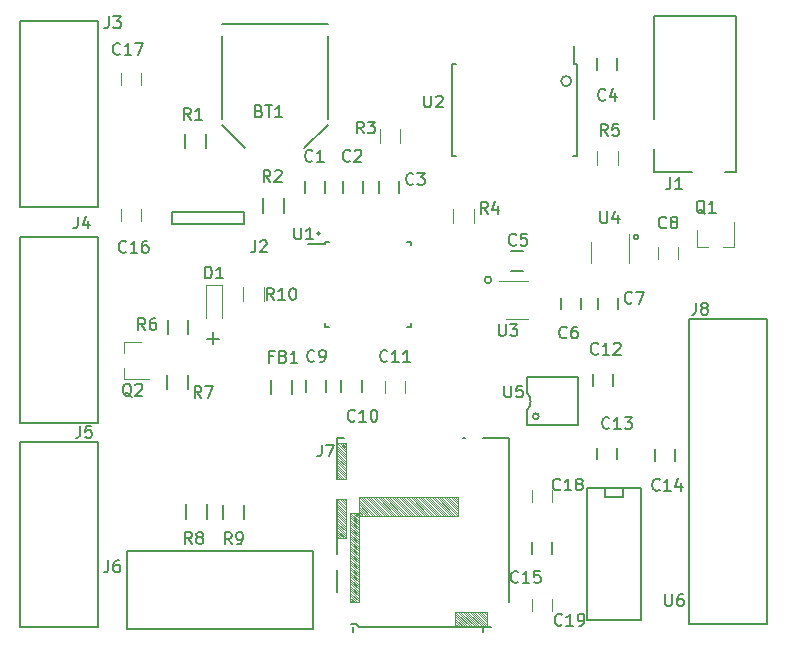
<source format=gbr>
G04 #@! TF.FileFunction,Legend,Top*
%FSLAX46Y46*%
G04 Gerber Fmt 4.6, Leading zero omitted, Abs format (unit mm)*
G04 Created by KiCad (PCBNEW 4.0.2-stable) date 3/8/2017 2:36:32 PM*
%MOMM*%
G01*
G04 APERTURE LIST*
%ADD10C,0.100000*%
%ADD11C,0.200000*%
%ADD12C,0.150000*%
%ADD13C,0.120000*%
%ADD14C,0.050800*%
%ADD15C,0.127000*%
G04 APERTURE END LIST*
D10*
D11*
X30100000Y-59950000D02*
X30100000Y-60950000D01*
X29575000Y-60475000D02*
X30575000Y-60475000D01*
X60405116Y-38675000D02*
G75*
G03X60405116Y-38675000I-430116J0D01*
G01*
X66075000Y-51875000D02*
G75*
G03X66075000Y-51875000I-200000J0D01*
G01*
X53632843Y-55500000D02*
G75*
G03X53632843Y-55500000I-282843J0D01*
G01*
X39141421Y-51600000D02*
G75*
G03X39141421Y-51600000I-141421J0D01*
G01*
D12*
X37800000Y-44350000D02*
X39800000Y-42350000D01*
X30800000Y-42350000D02*
X32800000Y-44350000D01*
X39800000Y-41850000D02*
X39800000Y-34850000D01*
X30800000Y-34850000D02*
X30800000Y-41850000D01*
X30800000Y-33850000D02*
X39800000Y-33850000D01*
D13*
X62090000Y-52300000D02*
X62090000Y-54100000D01*
X65310000Y-54100000D02*
X65310000Y-51650000D01*
D12*
X22800000Y-78500000D02*
X22800000Y-85100000D01*
X22800000Y-85100000D02*
X38500000Y-85100000D01*
X38500000Y-85100000D02*
X38500000Y-78500000D01*
X38500000Y-78500000D02*
X22800000Y-78500000D01*
X45800000Y-48150000D02*
X45800000Y-47150000D01*
X44100000Y-47150000D02*
X44100000Y-48150000D01*
X42760000Y-48125000D02*
X42760000Y-47125000D01*
X41060000Y-47125000D02*
X41060000Y-48125000D01*
X37885000Y-47125000D02*
X37885000Y-48125000D01*
X39585000Y-48125000D02*
X39585000Y-47125000D01*
X40950000Y-64000000D02*
X40950000Y-65000000D01*
X42650000Y-65000000D02*
X42650000Y-64000000D01*
X37950000Y-64000000D02*
X37950000Y-65000000D01*
X39650000Y-65000000D02*
X39650000Y-64000000D01*
X64300000Y-37700000D02*
X64300000Y-36700000D01*
X62600000Y-36700000D02*
X62600000Y-37700000D01*
X64340000Y-58000000D02*
X64340000Y-57000000D01*
X62640000Y-57000000D02*
X62640000Y-58000000D01*
X59500000Y-57000000D02*
X59500000Y-58000000D01*
X61200000Y-58000000D02*
X61200000Y-57000000D01*
X56300000Y-53050000D02*
X55300000Y-53050000D01*
X55300000Y-54750000D02*
X56300000Y-54750000D01*
X67476000Y-69858000D02*
X67476000Y-70858000D01*
X69176000Y-70858000D02*
X69176000Y-69858000D01*
X58762000Y-78732000D02*
X58762000Y-77732000D01*
X57062000Y-77732000D02*
X57062000Y-78732000D01*
X64300000Y-70700000D02*
X64300000Y-69700000D01*
X62600000Y-69700000D02*
X62600000Y-70700000D01*
X63950000Y-64500000D02*
X63950000Y-63500000D01*
X62250000Y-63500000D02*
X62250000Y-64500000D01*
X32708000Y-50803000D02*
X26612000Y-50803000D01*
X26612000Y-50803000D02*
X26612000Y-49787000D01*
X26612000Y-49787000D02*
X32708000Y-49787000D01*
X32708000Y-49787000D02*
X32708000Y-50803000D01*
X20300000Y-33600000D02*
X13700000Y-33600000D01*
X13700000Y-33600000D02*
X13700000Y-49300000D01*
X13700000Y-49300000D02*
X20300000Y-49300000D01*
X20300000Y-49300000D02*
X20300000Y-33600000D01*
X20300000Y-51900000D02*
X13700000Y-51900000D01*
X13700000Y-51900000D02*
X13700000Y-67600000D01*
X13700000Y-67600000D02*
X20300000Y-67600000D01*
X20300000Y-67600000D02*
X20300000Y-51900000D01*
X20300000Y-69200000D02*
X13700000Y-69200000D01*
X13700000Y-69200000D02*
X13700000Y-84900000D01*
X13700000Y-84900000D02*
X20300000Y-84900000D01*
X20300000Y-84900000D02*
X20300000Y-69200000D01*
X77000000Y-58800000D02*
X70400000Y-58800000D01*
X70400000Y-58800000D02*
X70400000Y-84660000D01*
X70400000Y-84660000D02*
X77000000Y-84660000D01*
X77000000Y-84660000D02*
X77000000Y-58800000D01*
X35025000Y-65150000D02*
X35025000Y-63950000D01*
X36775000Y-63950000D02*
X36775000Y-65150000D01*
D13*
X71020000Y-52760000D02*
X71950000Y-52760000D01*
X74180000Y-52760000D02*
X73250000Y-52760000D01*
X74180000Y-52760000D02*
X74180000Y-50600000D01*
X71020000Y-52760000D02*
X71020000Y-51300000D01*
X22510000Y-60770000D02*
X22510000Y-61700000D01*
X22510000Y-63930000D02*
X22510000Y-63000000D01*
X22510000Y-63930000D02*
X24670000Y-63930000D01*
X22510000Y-60770000D02*
X23970000Y-60770000D01*
D12*
X27725000Y-44350000D02*
X27725000Y-43150000D01*
X29475000Y-43150000D02*
X29475000Y-44350000D01*
X34325000Y-49800000D02*
X34325000Y-48600000D01*
X36075000Y-48600000D02*
X36075000Y-49800000D01*
X26235000Y-60120000D02*
X26235000Y-58920000D01*
X27985000Y-58920000D02*
X27985000Y-60120000D01*
X27925000Y-63550000D02*
X27925000Y-64750000D01*
X26175000Y-64750000D02*
X26175000Y-63550000D01*
X29575000Y-74520000D02*
X29575000Y-75720000D01*
X27825000Y-75720000D02*
X27825000Y-74520000D01*
X32695000Y-74540000D02*
X32695000Y-75740000D01*
X30945000Y-75740000D02*
X30945000Y-74540000D01*
X39555000Y-52255000D02*
X39555000Y-52480000D01*
X46805000Y-52255000D02*
X46805000Y-52580000D01*
X46805000Y-59505000D02*
X46805000Y-59180000D01*
X39555000Y-59505000D02*
X39555000Y-59180000D01*
X39555000Y-52255000D02*
X39880000Y-52255000D01*
X39555000Y-59505000D02*
X39880000Y-59505000D01*
X46805000Y-59505000D02*
X46480000Y-59505000D01*
X46805000Y-52255000D02*
X46480000Y-52255000D01*
X39555000Y-52480000D02*
X38130000Y-52480000D01*
D13*
X54900000Y-58810000D02*
X56700000Y-58810000D01*
X56700000Y-55590000D02*
X54250000Y-55590000D01*
D12*
X64770000Y-73152000D02*
X64770000Y-73914000D01*
X64770000Y-73914000D02*
X63246000Y-73914000D01*
X63246000Y-73914000D02*
X63246000Y-73152000D01*
X66294000Y-84328000D02*
X61722000Y-84328000D01*
X61722000Y-84328000D02*
X61722000Y-73152000D01*
X61722000Y-73152000D02*
X66294000Y-73152000D01*
X66294000Y-73152000D02*
X66294000Y-84328000D01*
X57658000Y-67056000D02*
G75*
G03X57658000Y-67056000I-254000J0D01*
G01*
X56642000Y-67818000D02*
X56642000Y-66548000D01*
X56642000Y-63754000D02*
X56642000Y-65024000D01*
X56642000Y-66548000D02*
G75*
G03X56642000Y-65024000I-762000J762000D01*
G01*
X60960000Y-67564000D02*
X60960000Y-67818000D01*
X56642000Y-67818000D02*
X60960000Y-67818000D01*
X60960000Y-67564000D02*
X60960000Y-63754000D01*
X60960000Y-63754000D02*
X56642000Y-63754000D01*
D13*
X67750000Y-52700000D02*
X67750000Y-53700000D01*
X69450000Y-53700000D02*
X69450000Y-52700000D01*
X46350000Y-65050000D02*
X46350000Y-64050000D01*
X44650000Y-64050000D02*
X44650000Y-65050000D01*
D12*
X74386000Y-33132000D02*
X73886000Y-33132000D01*
X73886000Y-46382000D02*
X74386000Y-46382000D01*
X73386000Y-46382000D02*
X73886000Y-46382000D01*
X74386000Y-46382000D02*
X74386000Y-33132000D01*
X67386000Y-44382000D02*
X67386000Y-46382000D01*
X67386000Y-46382000D02*
X70636000Y-46382000D01*
X73886000Y-33132000D02*
X67386000Y-33132000D01*
X67386000Y-41882000D02*
X67386000Y-33132000D01*
D13*
X62570000Y-45800000D02*
X62570000Y-44600000D01*
X64330000Y-44600000D02*
X64330000Y-45800000D01*
X50370000Y-50700000D02*
X50370000Y-49500000D01*
X52130000Y-49500000D02*
X52130000Y-50700000D01*
X45930000Y-42700000D02*
X45930000Y-43900000D01*
X44170000Y-43900000D02*
X44170000Y-42700000D01*
D12*
X60925000Y-37225000D02*
X60650000Y-37225000D01*
X60925000Y-44975000D02*
X60570000Y-44975000D01*
X50275000Y-44975000D02*
X50630000Y-44975000D01*
X50275000Y-37225000D02*
X50630000Y-37225000D01*
X60925000Y-37225000D02*
X60925000Y-44975000D01*
X50275000Y-37225000D02*
X50275000Y-44975000D01*
X60650000Y-37225000D02*
X60650000Y-35700000D01*
D14*
X50800152Y-75499988D02*
X50800152Y-73900042D01*
X42400118Y-73900042D02*
X42400118Y-75499988D01*
X42400118Y-75499988D02*
X50800152Y-75499988D01*
X42400118Y-73900042D02*
X50800152Y-73900042D01*
X42400118Y-75200014D02*
X41700094Y-75200014D01*
X41700094Y-75200014D02*
X41700094Y-82799948D01*
X41700094Y-82799948D02*
X42400118Y-82799948D01*
X42400118Y-82799948D02*
X42400118Y-75200014D01*
X41350082Y-69350140D02*
X40600020Y-69350140D01*
X40600020Y-69350140D02*
X40600020Y-72350134D01*
X40600020Y-72350134D02*
X41350082Y-72350134D01*
X41350082Y-72350134D02*
X41350082Y-69350140D01*
X50600000Y-84600046D02*
X50899974Y-84900020D01*
X50600000Y-84799944D02*
X50700076Y-84900020D01*
X50799898Y-83600048D02*
X52099870Y-84900020D01*
X50999796Y-83600048D02*
X52299768Y-84900020D01*
X50600000Y-84900020D02*
X53300020Y-84900020D01*
X53300020Y-84900020D02*
X53300020Y-83600048D01*
X53300020Y-83600048D02*
X50600000Y-83600048D01*
X50600000Y-83600048D02*
X50600000Y-84900020D01*
X40600020Y-69350140D02*
X41349828Y-70099948D01*
X40800172Y-69350140D02*
X41350082Y-69900050D01*
X41000070Y-69350140D02*
X41350082Y-69700152D01*
X41199968Y-69350140D02*
X41349828Y-69500000D01*
X40600020Y-69550038D02*
X41349828Y-70299846D01*
X40600020Y-69749936D02*
X41349828Y-70499744D01*
X40600020Y-69949834D02*
X41349828Y-70699642D01*
X40600020Y-70149986D02*
X41349828Y-70899794D01*
X40600020Y-70349884D02*
X41349828Y-71099692D01*
X40600020Y-70550036D02*
X41349828Y-71299844D01*
X40600020Y-70749934D02*
X41349828Y-71499742D01*
X40600020Y-70949832D02*
X41349828Y-71699640D01*
X40600020Y-71149984D02*
X41349828Y-71899792D01*
X40600020Y-71349882D02*
X41349828Y-72099690D01*
X40600020Y-71550034D02*
X41349828Y-72299842D01*
X40600020Y-71749932D02*
X41199714Y-72349880D01*
X40600020Y-71950084D02*
X41000070Y-72350134D01*
X40600020Y-72149982D02*
X40800172Y-72350134D01*
X40600020Y-77250302D02*
X40750134Y-77400162D01*
X51199948Y-83600048D02*
X52499920Y-84900020D01*
X51399846Y-83600048D02*
X52699818Y-84900020D01*
X51599998Y-83600048D02*
X52899970Y-84900020D01*
X51799896Y-83600048D02*
X53099868Y-84900020D01*
X51999794Y-83600048D02*
X53299766Y-84900020D01*
X53299766Y-84700122D02*
X52199692Y-83600048D01*
X53299766Y-84499970D02*
X52399844Y-83600048D01*
X53299766Y-84300072D02*
X52599742Y-83600048D01*
X53299766Y-84099920D02*
X52799894Y-83600048D01*
X53299766Y-83900022D02*
X52999792Y-83600048D01*
X53299766Y-83700124D02*
X53199690Y-83600048D01*
D15*
X42400118Y-84900020D02*
X53599994Y-84900020D01*
X40600020Y-81900026D02*
X40600020Y-80050144D01*
X40600020Y-78750172D02*
X40600020Y-74050156D01*
X40600020Y-72350134D02*
X40600020Y-68900052D01*
X40600020Y-68900052D02*
X41199968Y-68900052D01*
X51200202Y-68900052D02*
X51400100Y-68900052D01*
X52899970Y-68900052D02*
X55100118Y-68900052D01*
X55100118Y-68900052D02*
X55100118Y-82799948D01*
X42400118Y-84900020D02*
X42150182Y-84650084D01*
X42150182Y-84650084D02*
X41750132Y-84650084D01*
D14*
X41700094Y-75200014D02*
X42400118Y-75900038D01*
X41899992Y-75200014D02*
X42400118Y-75700140D01*
X42100144Y-75200014D02*
X42400118Y-75499988D01*
X42400118Y-75099938D02*
X42800168Y-75499988D01*
X41700094Y-75399912D02*
X42400118Y-76099936D01*
X41700094Y-75600064D02*
X42400118Y-76300088D01*
X41700094Y-75799962D02*
X42400118Y-76499986D01*
X41700094Y-76000114D02*
X42400118Y-76700138D01*
X41700094Y-76200012D02*
X42400118Y-76900036D01*
X41700094Y-76399910D02*
X42400118Y-77099934D01*
X41700094Y-76600062D02*
X42400118Y-77300086D01*
X41700094Y-76799960D02*
X42400118Y-77499984D01*
X41700094Y-77000112D02*
X42400118Y-77700136D01*
X41700094Y-77200010D02*
X42400118Y-77900034D01*
X41700094Y-77399908D02*
X42400118Y-78099932D01*
X41700094Y-77600060D02*
X42400118Y-78300084D01*
X41700094Y-77799958D02*
X42400118Y-78499982D01*
X41700094Y-78000110D02*
X42400118Y-78700134D01*
X41700094Y-78200262D02*
X42400118Y-78900286D01*
X41700094Y-78400160D02*
X42400118Y-79100184D01*
X41700094Y-78600058D02*
X42400118Y-79300082D01*
X41700094Y-78800210D02*
X42400118Y-79500234D01*
X41700094Y-79000108D02*
X42400118Y-79700132D01*
X41700094Y-79200260D02*
X42400118Y-79900284D01*
X41700094Y-79400158D02*
X42400118Y-80100182D01*
X41700094Y-79600056D02*
X42400118Y-80300080D01*
X41700094Y-79800208D02*
X42400118Y-80500232D01*
X41700094Y-80000106D02*
X42400118Y-80700130D01*
X41700094Y-80200258D02*
X42400118Y-80900282D01*
X41700094Y-80400156D02*
X42400118Y-81100180D01*
X41700094Y-80600054D02*
X42400118Y-81300078D01*
X41700094Y-80799952D02*
X42400118Y-81499976D01*
X41700094Y-81000104D02*
X42400118Y-81700128D01*
X41700094Y-81200002D02*
X42400118Y-81900026D01*
X41700094Y-81400154D02*
X42400118Y-82100178D01*
X41700094Y-81600052D02*
X42400118Y-82300076D01*
X41700094Y-81799950D02*
X42400118Y-82499974D01*
X41700094Y-82000102D02*
X42400118Y-82700126D01*
X41700094Y-82200000D02*
X42300042Y-82799948D01*
X41700094Y-82400152D02*
X42100144Y-82799948D01*
X41700094Y-82600050D02*
X41899992Y-82799948D01*
X42400118Y-73900042D02*
X44000064Y-75499988D01*
X42400118Y-74099940D02*
X43800166Y-75499988D01*
X42400118Y-74300092D02*
X43600014Y-75499988D01*
X42400118Y-74499990D02*
X43400116Y-75499988D01*
X42400118Y-74700142D02*
X43200218Y-75500242D01*
X42400118Y-74900040D02*
X43000066Y-75499988D01*
X42300042Y-75200014D02*
X42600016Y-75499988D01*
X42600270Y-73900042D02*
X44200216Y-75499988D01*
X42800168Y-73900042D02*
X44400114Y-75499988D01*
X43000320Y-73900042D02*
X44600266Y-75499988D01*
X43200218Y-73900042D02*
X44800164Y-75499988D01*
X43400370Y-73900042D02*
X45000316Y-75499988D01*
X43600268Y-73900042D02*
X45200214Y-75499988D01*
X43800420Y-73900042D02*
X45400366Y-75499988D01*
X44000318Y-73900042D02*
X45600264Y-75499988D01*
X44200470Y-73900042D02*
X45800416Y-75499988D01*
X44400368Y-73900042D02*
X46000314Y-75499988D01*
X44600520Y-73900042D02*
X46200466Y-75499988D01*
X44800418Y-73900042D02*
X46400364Y-75499988D01*
X45000570Y-73900042D02*
X46600516Y-75499988D01*
X45200468Y-73900042D02*
X46800414Y-75499988D01*
X45400620Y-73900042D02*
X47000566Y-75499988D01*
X45600264Y-73900042D02*
X47200210Y-75499988D01*
X45800416Y-73900042D02*
X47400362Y-75499988D01*
X46000314Y-73900042D02*
X47600260Y-75499988D01*
X46200466Y-73900042D02*
X47800412Y-75499988D01*
X46400364Y-73900042D02*
X48000310Y-75499988D01*
X46600516Y-73900042D02*
X48200462Y-75499988D01*
X46800414Y-73900042D02*
X48400360Y-75499988D01*
X47000566Y-73900042D02*
X48600512Y-75499988D01*
X47200210Y-73900042D02*
X48800156Y-75499988D01*
X47400362Y-73900042D02*
X49000308Y-75499988D01*
X47600260Y-73900042D02*
X49200206Y-75499988D01*
X47800412Y-73900042D02*
X49400358Y-75499988D01*
X48000310Y-73900042D02*
X49600256Y-75499988D01*
X48200462Y-73900042D02*
X49800408Y-75499988D01*
X48400360Y-73900042D02*
X50000306Y-75499988D01*
X48600512Y-73900042D02*
X50200458Y-75499988D01*
X48800156Y-73900042D02*
X50400102Y-75499988D01*
X49000308Y-73900042D02*
X50600254Y-75499988D01*
X49200206Y-73900042D02*
X50800152Y-75499988D01*
X49400358Y-73900042D02*
X50800406Y-75300090D01*
X49600256Y-73900042D02*
X50800152Y-75099938D01*
X49800408Y-73900042D02*
X50800152Y-74900040D01*
X50000306Y-73900042D02*
X50800406Y-74700142D01*
X50200458Y-73900042D02*
X50800406Y-74499990D01*
X50400102Y-73900042D02*
X50800152Y-74300092D01*
X50600000Y-73900042D02*
X50799898Y-74099940D01*
X50600000Y-83600048D02*
X51899972Y-84900020D01*
X50600000Y-83799946D02*
X51700074Y-84900020D01*
X50600000Y-84000098D02*
X51499922Y-84900020D01*
X50600000Y-84199996D02*
X51300024Y-84900020D01*
X50600000Y-84400148D02*
X51099872Y-84900020D01*
X40600020Y-74050156D02*
X40600020Y-77400162D01*
X40600020Y-77400416D02*
X41350082Y-77400416D01*
X41350082Y-77400162D02*
X41350082Y-74050156D01*
X41350082Y-74050156D02*
X40600020Y-74050156D01*
X40600020Y-74050156D02*
X41349828Y-74799964D01*
X40800172Y-74050156D02*
X41350082Y-74600066D01*
X41000070Y-74050156D02*
X41350082Y-74400168D01*
X41199968Y-74050156D02*
X41349828Y-74200016D01*
X40600020Y-74250054D02*
X41349828Y-74999862D01*
X40600020Y-74449952D02*
X41349828Y-75199760D01*
X40600020Y-74649850D02*
X41349828Y-75399658D01*
X40600020Y-74850002D02*
X41349828Y-75599810D01*
X40600020Y-75049900D02*
X41349828Y-75799708D01*
X40600020Y-75250052D02*
X41349828Y-75999860D01*
X40600020Y-75449950D02*
X41349828Y-76199758D01*
X40600020Y-75649848D02*
X41349828Y-76399656D01*
X40600020Y-75850000D02*
X41349828Y-76599808D01*
X40600020Y-76049898D02*
X41349828Y-76799706D01*
X40600020Y-76250050D02*
X41349828Y-76999858D01*
X40600020Y-76449948D02*
X41349828Y-77199756D01*
X40600020Y-76650100D02*
X41350082Y-77399908D01*
X40600020Y-76849998D02*
X41150184Y-77400162D01*
X40600020Y-77050150D02*
X40950032Y-77400162D01*
D15*
X52899970Y-84900020D02*
X52899970Y-85300070D01*
X41899992Y-84900020D02*
X41899992Y-85300070D01*
D13*
X23950000Y-50500000D02*
X23950000Y-49500000D01*
X22250000Y-49500000D02*
X22250000Y-50500000D01*
X23950000Y-39000000D02*
X23950000Y-38000000D01*
X22250000Y-38000000D02*
X22250000Y-39000000D01*
X57050000Y-73300000D02*
X57050000Y-74300000D01*
X58750000Y-74300000D02*
X58750000Y-73300000D01*
X58800000Y-83500000D02*
X58800000Y-82500000D01*
X57100000Y-82500000D02*
X57100000Y-83500000D01*
X30850000Y-55900000D02*
X29450000Y-55900000D01*
X29450000Y-55900000D02*
X29450000Y-58700000D01*
X30850000Y-55900000D02*
X30850000Y-58700000D01*
X32620000Y-57275000D02*
X32620000Y-56075000D01*
X34380000Y-56075000D02*
X34380000Y-57275000D01*
D12*
X33974286Y-41198571D02*
X34117143Y-41246190D01*
X34164762Y-41293810D01*
X34212381Y-41389048D01*
X34212381Y-41531905D01*
X34164762Y-41627143D01*
X34117143Y-41674762D01*
X34021905Y-41722381D01*
X33640952Y-41722381D01*
X33640952Y-40722381D01*
X33974286Y-40722381D01*
X34069524Y-40770000D01*
X34117143Y-40817619D01*
X34164762Y-40912857D01*
X34164762Y-41008095D01*
X34117143Y-41103333D01*
X34069524Y-41150952D01*
X33974286Y-41198571D01*
X33640952Y-41198571D01*
X34498095Y-40722381D02*
X35069524Y-40722381D01*
X34783809Y-41722381D02*
X34783809Y-40722381D01*
X35926667Y-41722381D02*
X35355238Y-41722381D01*
X35640952Y-41722381D02*
X35640952Y-40722381D01*
X35545714Y-40865238D01*
X35450476Y-40960476D01*
X35355238Y-41008095D01*
X62870095Y-49712381D02*
X62870095Y-50521905D01*
X62917714Y-50617143D01*
X62965333Y-50664762D01*
X63060571Y-50712381D01*
X63251048Y-50712381D01*
X63346286Y-50664762D01*
X63393905Y-50617143D01*
X63441524Y-50521905D01*
X63441524Y-49712381D01*
X64346286Y-50045714D02*
X64346286Y-50712381D01*
X64108190Y-49664762D02*
X63870095Y-50379048D01*
X64489143Y-50379048D01*
X21216667Y-79252381D02*
X21216667Y-79966667D01*
X21169047Y-80109524D01*
X21073809Y-80204762D01*
X20930952Y-80252381D01*
X20835714Y-80252381D01*
X22121429Y-79252381D02*
X21930952Y-79252381D01*
X21835714Y-79300000D01*
X21788095Y-79347619D01*
X21692857Y-79490476D01*
X21645238Y-79680952D01*
X21645238Y-80061905D01*
X21692857Y-80157143D01*
X21740476Y-80204762D01*
X21835714Y-80252381D01*
X22026191Y-80252381D01*
X22121429Y-80204762D01*
X22169048Y-80157143D01*
X22216667Y-80061905D01*
X22216667Y-79823810D01*
X22169048Y-79728571D01*
X22121429Y-79680952D01*
X22026191Y-79633333D01*
X21835714Y-79633333D01*
X21740476Y-79680952D01*
X21692857Y-79728571D01*
X21645238Y-79823810D01*
X47033334Y-47357143D02*
X46985715Y-47404762D01*
X46842858Y-47452381D01*
X46747620Y-47452381D01*
X46604762Y-47404762D01*
X46509524Y-47309524D01*
X46461905Y-47214286D01*
X46414286Y-47023810D01*
X46414286Y-46880952D01*
X46461905Y-46690476D01*
X46509524Y-46595238D01*
X46604762Y-46500000D01*
X46747620Y-46452381D01*
X46842858Y-46452381D01*
X46985715Y-46500000D01*
X47033334Y-46547619D01*
X47366667Y-46452381D02*
X47985715Y-46452381D01*
X47652381Y-46833333D01*
X47795239Y-46833333D01*
X47890477Y-46880952D01*
X47938096Y-46928571D01*
X47985715Y-47023810D01*
X47985715Y-47261905D01*
X47938096Y-47357143D01*
X47890477Y-47404762D01*
X47795239Y-47452381D01*
X47509524Y-47452381D01*
X47414286Y-47404762D01*
X47366667Y-47357143D01*
X41683334Y-45407143D02*
X41635715Y-45454762D01*
X41492858Y-45502381D01*
X41397620Y-45502381D01*
X41254762Y-45454762D01*
X41159524Y-45359524D01*
X41111905Y-45264286D01*
X41064286Y-45073810D01*
X41064286Y-44930952D01*
X41111905Y-44740476D01*
X41159524Y-44645238D01*
X41254762Y-44550000D01*
X41397620Y-44502381D01*
X41492858Y-44502381D01*
X41635715Y-44550000D01*
X41683334Y-44597619D01*
X42064286Y-44597619D02*
X42111905Y-44550000D01*
X42207143Y-44502381D01*
X42445239Y-44502381D01*
X42540477Y-44550000D01*
X42588096Y-44597619D01*
X42635715Y-44692857D01*
X42635715Y-44788095D01*
X42588096Y-44930952D01*
X42016667Y-45502381D01*
X42635715Y-45502381D01*
X38483334Y-45407143D02*
X38435715Y-45454762D01*
X38292858Y-45502381D01*
X38197620Y-45502381D01*
X38054762Y-45454762D01*
X37959524Y-45359524D01*
X37911905Y-45264286D01*
X37864286Y-45073810D01*
X37864286Y-44930952D01*
X37911905Y-44740476D01*
X37959524Y-44645238D01*
X38054762Y-44550000D01*
X38197620Y-44502381D01*
X38292858Y-44502381D01*
X38435715Y-44550000D01*
X38483334Y-44597619D01*
X39435715Y-45502381D02*
X38864286Y-45502381D01*
X39150000Y-45502381D02*
X39150000Y-44502381D01*
X39054762Y-44645238D01*
X38959524Y-44740476D01*
X38864286Y-44788095D01*
X42082143Y-67407143D02*
X42034524Y-67454762D01*
X41891667Y-67502381D01*
X41796429Y-67502381D01*
X41653571Y-67454762D01*
X41558333Y-67359524D01*
X41510714Y-67264286D01*
X41463095Y-67073810D01*
X41463095Y-66930952D01*
X41510714Y-66740476D01*
X41558333Y-66645238D01*
X41653571Y-66550000D01*
X41796429Y-66502381D01*
X41891667Y-66502381D01*
X42034524Y-66550000D01*
X42082143Y-66597619D01*
X43034524Y-67502381D02*
X42463095Y-67502381D01*
X42748809Y-67502381D02*
X42748809Y-66502381D01*
X42653571Y-66645238D01*
X42558333Y-66740476D01*
X42463095Y-66788095D01*
X43653571Y-66502381D02*
X43748810Y-66502381D01*
X43844048Y-66550000D01*
X43891667Y-66597619D01*
X43939286Y-66692857D01*
X43986905Y-66883333D01*
X43986905Y-67121429D01*
X43939286Y-67311905D01*
X43891667Y-67407143D01*
X43844048Y-67454762D01*
X43748810Y-67502381D01*
X43653571Y-67502381D01*
X43558333Y-67454762D01*
X43510714Y-67407143D01*
X43463095Y-67311905D01*
X43415476Y-67121429D01*
X43415476Y-66883333D01*
X43463095Y-66692857D01*
X43510714Y-66597619D01*
X43558333Y-66550000D01*
X43653571Y-66502381D01*
X38663334Y-62357143D02*
X38615715Y-62404762D01*
X38472858Y-62452381D01*
X38377620Y-62452381D01*
X38234762Y-62404762D01*
X38139524Y-62309524D01*
X38091905Y-62214286D01*
X38044286Y-62023810D01*
X38044286Y-61880952D01*
X38091905Y-61690476D01*
X38139524Y-61595238D01*
X38234762Y-61500000D01*
X38377620Y-61452381D01*
X38472858Y-61452381D01*
X38615715Y-61500000D01*
X38663334Y-61547619D01*
X39139524Y-62452381D02*
X39330000Y-62452381D01*
X39425239Y-62404762D01*
X39472858Y-62357143D01*
X39568096Y-62214286D01*
X39615715Y-62023810D01*
X39615715Y-61642857D01*
X39568096Y-61547619D01*
X39520477Y-61500000D01*
X39425239Y-61452381D01*
X39234762Y-61452381D01*
X39139524Y-61500000D01*
X39091905Y-61547619D01*
X39044286Y-61642857D01*
X39044286Y-61880952D01*
X39091905Y-61976190D01*
X39139524Y-62023810D01*
X39234762Y-62071429D01*
X39425239Y-62071429D01*
X39520477Y-62023810D01*
X39568096Y-61976190D01*
X39615715Y-61880952D01*
X63283334Y-40232143D02*
X63235715Y-40279762D01*
X63092858Y-40327381D01*
X62997620Y-40327381D01*
X62854762Y-40279762D01*
X62759524Y-40184524D01*
X62711905Y-40089286D01*
X62664286Y-39898810D01*
X62664286Y-39755952D01*
X62711905Y-39565476D01*
X62759524Y-39470238D01*
X62854762Y-39375000D01*
X62997620Y-39327381D01*
X63092858Y-39327381D01*
X63235715Y-39375000D01*
X63283334Y-39422619D01*
X64140477Y-39660714D02*
X64140477Y-40327381D01*
X63902381Y-39279762D02*
X63664286Y-39994048D01*
X64283334Y-39994048D01*
X65533334Y-57417143D02*
X65485715Y-57464762D01*
X65342858Y-57512381D01*
X65247620Y-57512381D01*
X65104762Y-57464762D01*
X65009524Y-57369524D01*
X64961905Y-57274286D01*
X64914286Y-57083810D01*
X64914286Y-56940952D01*
X64961905Y-56750476D01*
X65009524Y-56655238D01*
X65104762Y-56560000D01*
X65247620Y-56512381D01*
X65342858Y-56512381D01*
X65485715Y-56560000D01*
X65533334Y-56607619D01*
X65866667Y-56512381D02*
X66533334Y-56512381D01*
X66104762Y-57512381D01*
X60013334Y-60357143D02*
X59965715Y-60404762D01*
X59822858Y-60452381D01*
X59727620Y-60452381D01*
X59584762Y-60404762D01*
X59489524Y-60309524D01*
X59441905Y-60214286D01*
X59394286Y-60023810D01*
X59394286Y-59880952D01*
X59441905Y-59690476D01*
X59489524Y-59595238D01*
X59584762Y-59500000D01*
X59727620Y-59452381D01*
X59822858Y-59452381D01*
X59965715Y-59500000D01*
X60013334Y-59547619D01*
X60870477Y-59452381D02*
X60680000Y-59452381D01*
X60584762Y-59500000D01*
X60537143Y-59547619D01*
X60441905Y-59690476D01*
X60394286Y-59880952D01*
X60394286Y-60261905D01*
X60441905Y-60357143D01*
X60489524Y-60404762D01*
X60584762Y-60452381D01*
X60775239Y-60452381D01*
X60870477Y-60404762D01*
X60918096Y-60357143D01*
X60965715Y-60261905D01*
X60965715Y-60023810D01*
X60918096Y-59928571D01*
X60870477Y-59880952D01*
X60775239Y-59833333D01*
X60584762Y-59833333D01*
X60489524Y-59880952D01*
X60441905Y-59928571D01*
X60394286Y-60023810D01*
X55733334Y-52507143D02*
X55685715Y-52554762D01*
X55542858Y-52602381D01*
X55447620Y-52602381D01*
X55304762Y-52554762D01*
X55209524Y-52459524D01*
X55161905Y-52364286D01*
X55114286Y-52173810D01*
X55114286Y-52030952D01*
X55161905Y-51840476D01*
X55209524Y-51745238D01*
X55304762Y-51650000D01*
X55447620Y-51602381D01*
X55542858Y-51602381D01*
X55685715Y-51650000D01*
X55733334Y-51697619D01*
X56638096Y-51602381D02*
X56161905Y-51602381D01*
X56114286Y-52078571D01*
X56161905Y-52030952D01*
X56257143Y-51983333D01*
X56495239Y-51983333D01*
X56590477Y-52030952D01*
X56638096Y-52078571D01*
X56685715Y-52173810D01*
X56685715Y-52411905D01*
X56638096Y-52507143D01*
X56590477Y-52554762D01*
X56495239Y-52602381D01*
X56257143Y-52602381D01*
X56161905Y-52554762D01*
X56114286Y-52507143D01*
X67882143Y-73257143D02*
X67834524Y-73304762D01*
X67691667Y-73352381D01*
X67596429Y-73352381D01*
X67453571Y-73304762D01*
X67358333Y-73209524D01*
X67310714Y-73114286D01*
X67263095Y-72923810D01*
X67263095Y-72780952D01*
X67310714Y-72590476D01*
X67358333Y-72495238D01*
X67453571Y-72400000D01*
X67596429Y-72352381D01*
X67691667Y-72352381D01*
X67834524Y-72400000D01*
X67882143Y-72447619D01*
X68834524Y-73352381D02*
X68263095Y-73352381D01*
X68548809Y-73352381D02*
X68548809Y-72352381D01*
X68453571Y-72495238D01*
X68358333Y-72590476D01*
X68263095Y-72638095D01*
X69691667Y-72685714D02*
X69691667Y-73352381D01*
X69453571Y-72304762D02*
X69215476Y-73019048D01*
X69834524Y-73019048D01*
X55907143Y-81057143D02*
X55859524Y-81104762D01*
X55716667Y-81152381D01*
X55621429Y-81152381D01*
X55478571Y-81104762D01*
X55383333Y-81009524D01*
X55335714Y-80914286D01*
X55288095Y-80723810D01*
X55288095Y-80580952D01*
X55335714Y-80390476D01*
X55383333Y-80295238D01*
X55478571Y-80200000D01*
X55621429Y-80152381D01*
X55716667Y-80152381D01*
X55859524Y-80200000D01*
X55907143Y-80247619D01*
X56859524Y-81152381D02*
X56288095Y-81152381D01*
X56573809Y-81152381D02*
X56573809Y-80152381D01*
X56478571Y-80295238D01*
X56383333Y-80390476D01*
X56288095Y-80438095D01*
X57764286Y-80152381D02*
X57288095Y-80152381D01*
X57240476Y-80628571D01*
X57288095Y-80580952D01*
X57383333Y-80533333D01*
X57621429Y-80533333D01*
X57716667Y-80580952D01*
X57764286Y-80628571D01*
X57811905Y-80723810D01*
X57811905Y-80961905D01*
X57764286Y-81057143D01*
X57716667Y-81104762D01*
X57621429Y-81152381D01*
X57383333Y-81152381D01*
X57288095Y-81104762D01*
X57240476Y-81057143D01*
X63632143Y-68032143D02*
X63584524Y-68079762D01*
X63441667Y-68127381D01*
X63346429Y-68127381D01*
X63203571Y-68079762D01*
X63108333Y-67984524D01*
X63060714Y-67889286D01*
X63013095Y-67698810D01*
X63013095Y-67555952D01*
X63060714Y-67365476D01*
X63108333Y-67270238D01*
X63203571Y-67175000D01*
X63346429Y-67127381D01*
X63441667Y-67127381D01*
X63584524Y-67175000D01*
X63632143Y-67222619D01*
X64584524Y-68127381D02*
X64013095Y-68127381D01*
X64298809Y-68127381D02*
X64298809Y-67127381D01*
X64203571Y-67270238D01*
X64108333Y-67365476D01*
X64013095Y-67413095D01*
X64917857Y-67127381D02*
X65536905Y-67127381D01*
X65203571Y-67508333D01*
X65346429Y-67508333D01*
X65441667Y-67555952D01*
X65489286Y-67603571D01*
X65536905Y-67698810D01*
X65536905Y-67936905D01*
X65489286Y-68032143D01*
X65441667Y-68079762D01*
X65346429Y-68127381D01*
X65060714Y-68127381D01*
X64965476Y-68079762D01*
X64917857Y-68032143D01*
X62682143Y-61732143D02*
X62634524Y-61779762D01*
X62491667Y-61827381D01*
X62396429Y-61827381D01*
X62253571Y-61779762D01*
X62158333Y-61684524D01*
X62110714Y-61589286D01*
X62063095Y-61398810D01*
X62063095Y-61255952D01*
X62110714Y-61065476D01*
X62158333Y-60970238D01*
X62253571Y-60875000D01*
X62396429Y-60827381D01*
X62491667Y-60827381D01*
X62634524Y-60875000D01*
X62682143Y-60922619D01*
X63634524Y-61827381D02*
X63063095Y-61827381D01*
X63348809Y-61827381D02*
X63348809Y-60827381D01*
X63253571Y-60970238D01*
X63158333Y-61065476D01*
X63063095Y-61113095D01*
X64015476Y-60922619D02*
X64063095Y-60875000D01*
X64158333Y-60827381D01*
X64396429Y-60827381D01*
X64491667Y-60875000D01*
X64539286Y-60922619D01*
X64586905Y-61017857D01*
X64586905Y-61113095D01*
X64539286Y-61255952D01*
X63967857Y-61827381D01*
X64586905Y-61827381D01*
X33646667Y-52162381D02*
X33646667Y-52876667D01*
X33599047Y-53019524D01*
X33503809Y-53114762D01*
X33360952Y-53162381D01*
X33265714Y-53162381D01*
X34075238Y-52257619D02*
X34122857Y-52210000D01*
X34218095Y-52162381D01*
X34456191Y-52162381D01*
X34551429Y-52210000D01*
X34599048Y-52257619D01*
X34646667Y-52352857D01*
X34646667Y-52448095D01*
X34599048Y-52590952D01*
X34027619Y-53162381D01*
X34646667Y-53162381D01*
X21266667Y-33202381D02*
X21266667Y-33916667D01*
X21219047Y-34059524D01*
X21123809Y-34154762D01*
X20980952Y-34202381D01*
X20885714Y-34202381D01*
X21647619Y-33202381D02*
X22266667Y-33202381D01*
X21933333Y-33583333D01*
X22076191Y-33583333D01*
X22171429Y-33630952D01*
X22219048Y-33678571D01*
X22266667Y-33773810D01*
X22266667Y-34011905D01*
X22219048Y-34107143D01*
X22171429Y-34154762D01*
X22076191Y-34202381D01*
X21790476Y-34202381D01*
X21695238Y-34154762D01*
X21647619Y-34107143D01*
X18616667Y-50152381D02*
X18616667Y-50866667D01*
X18569047Y-51009524D01*
X18473809Y-51104762D01*
X18330952Y-51152381D01*
X18235714Y-51152381D01*
X19521429Y-50485714D02*
X19521429Y-51152381D01*
X19283333Y-50104762D02*
X19045238Y-50819048D01*
X19664286Y-50819048D01*
X18825667Y-67866381D02*
X18825667Y-68580667D01*
X18778047Y-68723524D01*
X18682809Y-68818762D01*
X18539952Y-68866381D01*
X18444714Y-68866381D01*
X19778048Y-67866381D02*
X19301857Y-67866381D01*
X19254238Y-68342571D01*
X19301857Y-68294952D01*
X19397095Y-68247333D01*
X19635191Y-68247333D01*
X19730429Y-68294952D01*
X19778048Y-68342571D01*
X19825667Y-68437810D01*
X19825667Y-68675905D01*
X19778048Y-68771143D01*
X19730429Y-68818762D01*
X19635191Y-68866381D01*
X19397095Y-68866381D01*
X19301857Y-68818762D01*
X19254238Y-68771143D01*
X70966667Y-57452381D02*
X70966667Y-58166667D01*
X70919047Y-58309524D01*
X70823809Y-58404762D01*
X70680952Y-58452381D01*
X70585714Y-58452381D01*
X71585714Y-57880952D02*
X71490476Y-57833333D01*
X71442857Y-57785714D01*
X71395238Y-57690476D01*
X71395238Y-57642857D01*
X71442857Y-57547619D01*
X71490476Y-57500000D01*
X71585714Y-57452381D01*
X71776191Y-57452381D01*
X71871429Y-57500000D01*
X71919048Y-57547619D01*
X71966667Y-57642857D01*
X71966667Y-57690476D01*
X71919048Y-57785714D01*
X71871429Y-57833333D01*
X71776191Y-57880952D01*
X71585714Y-57880952D01*
X71490476Y-57928571D01*
X71442857Y-57976190D01*
X71395238Y-58071429D01*
X71395238Y-58261905D01*
X71442857Y-58357143D01*
X71490476Y-58404762D01*
X71585714Y-58452381D01*
X71776191Y-58452381D01*
X71871429Y-58404762D01*
X71919048Y-58357143D01*
X71966667Y-58261905D01*
X71966667Y-58071429D01*
X71919048Y-57976190D01*
X71871429Y-57928571D01*
X71776191Y-57880952D01*
X35166667Y-61978571D02*
X34833333Y-61978571D01*
X34833333Y-62502381D02*
X34833333Y-61502381D01*
X35309524Y-61502381D01*
X36023810Y-61978571D02*
X36166667Y-62026190D01*
X36214286Y-62073810D01*
X36261905Y-62169048D01*
X36261905Y-62311905D01*
X36214286Y-62407143D01*
X36166667Y-62454762D01*
X36071429Y-62502381D01*
X35690476Y-62502381D01*
X35690476Y-61502381D01*
X36023810Y-61502381D01*
X36119048Y-61550000D01*
X36166667Y-61597619D01*
X36214286Y-61692857D01*
X36214286Y-61788095D01*
X36166667Y-61883333D01*
X36119048Y-61930952D01*
X36023810Y-61978571D01*
X35690476Y-61978571D01*
X37214286Y-62502381D02*
X36642857Y-62502381D01*
X36928571Y-62502381D02*
X36928571Y-61502381D01*
X36833333Y-61645238D01*
X36738095Y-61740476D01*
X36642857Y-61788095D01*
X71729762Y-49897619D02*
X71634524Y-49850000D01*
X71539286Y-49754762D01*
X71396429Y-49611905D01*
X71301190Y-49564286D01*
X71205952Y-49564286D01*
X71253571Y-49802381D02*
X71158333Y-49754762D01*
X71063095Y-49659524D01*
X71015476Y-49469048D01*
X71015476Y-49135714D01*
X71063095Y-48945238D01*
X71158333Y-48850000D01*
X71253571Y-48802381D01*
X71444048Y-48802381D01*
X71539286Y-48850000D01*
X71634524Y-48945238D01*
X71682143Y-49135714D01*
X71682143Y-49469048D01*
X71634524Y-49659524D01*
X71539286Y-49754762D01*
X71444048Y-49802381D01*
X71253571Y-49802381D01*
X72634524Y-49802381D02*
X72063095Y-49802381D01*
X72348809Y-49802381D02*
X72348809Y-48802381D01*
X72253571Y-48945238D01*
X72158333Y-49040476D01*
X72063095Y-49088095D01*
X23174762Y-65397619D02*
X23079524Y-65350000D01*
X22984286Y-65254762D01*
X22841429Y-65111905D01*
X22746190Y-65064286D01*
X22650952Y-65064286D01*
X22698571Y-65302381D02*
X22603333Y-65254762D01*
X22508095Y-65159524D01*
X22460476Y-64969048D01*
X22460476Y-64635714D01*
X22508095Y-64445238D01*
X22603333Y-64350000D01*
X22698571Y-64302381D01*
X22889048Y-64302381D01*
X22984286Y-64350000D01*
X23079524Y-64445238D01*
X23127143Y-64635714D01*
X23127143Y-64969048D01*
X23079524Y-65159524D01*
X22984286Y-65254762D01*
X22889048Y-65302381D01*
X22698571Y-65302381D01*
X23508095Y-64397619D02*
X23555714Y-64350000D01*
X23650952Y-64302381D01*
X23889048Y-64302381D01*
X23984286Y-64350000D01*
X24031905Y-64397619D01*
X24079524Y-64492857D01*
X24079524Y-64588095D01*
X24031905Y-64730952D01*
X23460476Y-65302381D01*
X24079524Y-65302381D01*
X28183334Y-41952381D02*
X27850000Y-41476190D01*
X27611905Y-41952381D02*
X27611905Y-40952381D01*
X27992858Y-40952381D01*
X28088096Y-41000000D01*
X28135715Y-41047619D01*
X28183334Y-41142857D01*
X28183334Y-41285714D01*
X28135715Y-41380952D01*
X28088096Y-41428571D01*
X27992858Y-41476190D01*
X27611905Y-41476190D01*
X29135715Y-41952381D02*
X28564286Y-41952381D01*
X28850000Y-41952381D02*
X28850000Y-40952381D01*
X28754762Y-41095238D01*
X28659524Y-41190476D01*
X28564286Y-41238095D01*
X34933334Y-47202381D02*
X34600000Y-46726190D01*
X34361905Y-47202381D02*
X34361905Y-46202381D01*
X34742858Y-46202381D01*
X34838096Y-46250000D01*
X34885715Y-46297619D01*
X34933334Y-46392857D01*
X34933334Y-46535714D01*
X34885715Y-46630952D01*
X34838096Y-46678571D01*
X34742858Y-46726190D01*
X34361905Y-46726190D01*
X35314286Y-46297619D02*
X35361905Y-46250000D01*
X35457143Y-46202381D01*
X35695239Y-46202381D01*
X35790477Y-46250000D01*
X35838096Y-46297619D01*
X35885715Y-46392857D01*
X35885715Y-46488095D01*
X35838096Y-46630952D01*
X35266667Y-47202381D01*
X35885715Y-47202381D01*
X24323334Y-59732381D02*
X23990000Y-59256190D01*
X23751905Y-59732381D02*
X23751905Y-58732381D01*
X24132858Y-58732381D01*
X24228096Y-58780000D01*
X24275715Y-58827619D01*
X24323334Y-58922857D01*
X24323334Y-59065714D01*
X24275715Y-59160952D01*
X24228096Y-59208571D01*
X24132858Y-59256190D01*
X23751905Y-59256190D01*
X25180477Y-58732381D02*
X24990000Y-58732381D01*
X24894762Y-58780000D01*
X24847143Y-58827619D01*
X24751905Y-58970476D01*
X24704286Y-59160952D01*
X24704286Y-59541905D01*
X24751905Y-59637143D01*
X24799524Y-59684762D01*
X24894762Y-59732381D01*
X25085239Y-59732381D01*
X25180477Y-59684762D01*
X25228096Y-59637143D01*
X25275715Y-59541905D01*
X25275715Y-59303810D01*
X25228096Y-59208571D01*
X25180477Y-59160952D01*
X25085239Y-59113333D01*
X24894762Y-59113333D01*
X24799524Y-59160952D01*
X24751905Y-59208571D01*
X24704286Y-59303810D01*
X29083334Y-65502381D02*
X28750000Y-65026190D01*
X28511905Y-65502381D02*
X28511905Y-64502381D01*
X28892858Y-64502381D01*
X28988096Y-64550000D01*
X29035715Y-64597619D01*
X29083334Y-64692857D01*
X29083334Y-64835714D01*
X29035715Y-64930952D01*
X28988096Y-64978571D01*
X28892858Y-65026190D01*
X28511905Y-65026190D01*
X29416667Y-64502381D02*
X30083334Y-64502381D01*
X29654762Y-65502381D01*
X28279334Y-77858381D02*
X27946000Y-77382190D01*
X27707905Y-77858381D02*
X27707905Y-76858381D01*
X28088858Y-76858381D01*
X28184096Y-76906000D01*
X28231715Y-76953619D01*
X28279334Y-77048857D01*
X28279334Y-77191714D01*
X28231715Y-77286952D01*
X28184096Y-77334571D01*
X28088858Y-77382190D01*
X27707905Y-77382190D01*
X28850762Y-77286952D02*
X28755524Y-77239333D01*
X28707905Y-77191714D01*
X28660286Y-77096476D01*
X28660286Y-77048857D01*
X28707905Y-76953619D01*
X28755524Y-76906000D01*
X28850762Y-76858381D01*
X29041239Y-76858381D01*
X29136477Y-76906000D01*
X29184096Y-76953619D01*
X29231715Y-77048857D01*
X29231715Y-77096476D01*
X29184096Y-77191714D01*
X29136477Y-77239333D01*
X29041239Y-77286952D01*
X28850762Y-77286952D01*
X28755524Y-77334571D01*
X28707905Y-77382190D01*
X28660286Y-77477429D01*
X28660286Y-77667905D01*
X28707905Y-77763143D01*
X28755524Y-77810762D01*
X28850762Y-77858381D01*
X29041239Y-77858381D01*
X29136477Y-77810762D01*
X29184096Y-77763143D01*
X29231715Y-77667905D01*
X29231715Y-77477429D01*
X29184096Y-77382190D01*
X29136477Y-77334571D01*
X29041239Y-77286952D01*
X31653334Y-77878381D02*
X31320000Y-77402190D01*
X31081905Y-77878381D02*
X31081905Y-76878381D01*
X31462858Y-76878381D01*
X31558096Y-76926000D01*
X31605715Y-76973619D01*
X31653334Y-77068857D01*
X31653334Y-77211714D01*
X31605715Y-77306952D01*
X31558096Y-77354571D01*
X31462858Y-77402190D01*
X31081905Y-77402190D01*
X32129524Y-77878381D02*
X32320000Y-77878381D01*
X32415239Y-77830762D01*
X32462858Y-77783143D01*
X32558096Y-77640286D01*
X32605715Y-77449810D01*
X32605715Y-77068857D01*
X32558096Y-76973619D01*
X32510477Y-76926000D01*
X32415239Y-76878381D01*
X32224762Y-76878381D01*
X32129524Y-76926000D01*
X32081905Y-76973619D01*
X32034286Y-77068857D01*
X32034286Y-77306952D01*
X32081905Y-77402190D01*
X32129524Y-77449810D01*
X32224762Y-77497429D01*
X32415239Y-77497429D01*
X32510477Y-77449810D01*
X32558096Y-77402190D01*
X32605715Y-77306952D01*
X36963095Y-51077381D02*
X36963095Y-51886905D01*
X37010714Y-51982143D01*
X37058333Y-52029762D01*
X37153571Y-52077381D01*
X37344048Y-52077381D01*
X37439286Y-52029762D01*
X37486905Y-51982143D01*
X37534524Y-51886905D01*
X37534524Y-51077381D01*
X38534524Y-52077381D02*
X37963095Y-52077381D01*
X38248809Y-52077381D02*
X38248809Y-51077381D01*
X38153571Y-51220238D01*
X38058333Y-51315476D01*
X37963095Y-51363095D01*
X54268095Y-59252381D02*
X54268095Y-60061905D01*
X54315714Y-60157143D01*
X54363333Y-60204762D01*
X54458571Y-60252381D01*
X54649048Y-60252381D01*
X54744286Y-60204762D01*
X54791905Y-60157143D01*
X54839524Y-60061905D01*
X54839524Y-59252381D01*
X55220476Y-59252381D02*
X55839524Y-59252381D01*
X55506190Y-59633333D01*
X55649048Y-59633333D01*
X55744286Y-59680952D01*
X55791905Y-59728571D01*
X55839524Y-59823810D01*
X55839524Y-60061905D01*
X55791905Y-60157143D01*
X55744286Y-60204762D01*
X55649048Y-60252381D01*
X55363333Y-60252381D01*
X55268095Y-60204762D01*
X55220476Y-60157143D01*
X68358095Y-82102381D02*
X68358095Y-82911905D01*
X68405714Y-83007143D01*
X68453333Y-83054762D01*
X68548571Y-83102381D01*
X68739048Y-83102381D01*
X68834286Y-83054762D01*
X68881905Y-83007143D01*
X68929524Y-82911905D01*
X68929524Y-82102381D01*
X69834286Y-82102381D02*
X69643809Y-82102381D01*
X69548571Y-82150000D01*
X69500952Y-82197619D01*
X69405714Y-82340476D01*
X69358095Y-82530952D01*
X69358095Y-82911905D01*
X69405714Y-83007143D01*
X69453333Y-83054762D01*
X69548571Y-83102381D01*
X69739048Y-83102381D01*
X69834286Y-83054762D01*
X69881905Y-83007143D01*
X69929524Y-82911905D01*
X69929524Y-82673810D01*
X69881905Y-82578571D01*
X69834286Y-82530952D01*
X69739048Y-82483333D01*
X69548571Y-82483333D01*
X69453333Y-82530952D01*
X69405714Y-82578571D01*
X69358095Y-82673810D01*
X54748095Y-64452381D02*
X54748095Y-65261905D01*
X54795714Y-65357143D01*
X54843333Y-65404762D01*
X54938571Y-65452381D01*
X55129048Y-65452381D01*
X55224286Y-65404762D01*
X55271905Y-65357143D01*
X55319524Y-65261905D01*
X55319524Y-64452381D01*
X56271905Y-64452381D02*
X55795714Y-64452381D01*
X55748095Y-64928571D01*
X55795714Y-64880952D01*
X55890952Y-64833333D01*
X56129048Y-64833333D01*
X56224286Y-64880952D01*
X56271905Y-64928571D01*
X56319524Y-65023810D01*
X56319524Y-65261905D01*
X56271905Y-65357143D01*
X56224286Y-65404762D01*
X56129048Y-65452381D01*
X55890952Y-65452381D01*
X55795714Y-65404762D01*
X55748095Y-65357143D01*
X68433334Y-51057143D02*
X68385715Y-51104762D01*
X68242858Y-51152381D01*
X68147620Y-51152381D01*
X68004762Y-51104762D01*
X67909524Y-51009524D01*
X67861905Y-50914286D01*
X67814286Y-50723810D01*
X67814286Y-50580952D01*
X67861905Y-50390476D01*
X67909524Y-50295238D01*
X68004762Y-50200000D01*
X68147620Y-50152381D01*
X68242858Y-50152381D01*
X68385715Y-50200000D01*
X68433334Y-50247619D01*
X69004762Y-50580952D02*
X68909524Y-50533333D01*
X68861905Y-50485714D01*
X68814286Y-50390476D01*
X68814286Y-50342857D01*
X68861905Y-50247619D01*
X68909524Y-50200000D01*
X69004762Y-50152381D01*
X69195239Y-50152381D01*
X69290477Y-50200000D01*
X69338096Y-50247619D01*
X69385715Y-50342857D01*
X69385715Y-50390476D01*
X69338096Y-50485714D01*
X69290477Y-50533333D01*
X69195239Y-50580952D01*
X69004762Y-50580952D01*
X68909524Y-50628571D01*
X68861905Y-50676190D01*
X68814286Y-50771429D01*
X68814286Y-50961905D01*
X68861905Y-51057143D01*
X68909524Y-51104762D01*
X69004762Y-51152381D01*
X69195239Y-51152381D01*
X69290477Y-51104762D01*
X69338096Y-51057143D01*
X69385715Y-50961905D01*
X69385715Y-50771429D01*
X69338096Y-50676190D01*
X69290477Y-50628571D01*
X69195239Y-50580952D01*
X44837143Y-62357143D02*
X44789524Y-62404762D01*
X44646667Y-62452381D01*
X44551429Y-62452381D01*
X44408571Y-62404762D01*
X44313333Y-62309524D01*
X44265714Y-62214286D01*
X44218095Y-62023810D01*
X44218095Y-61880952D01*
X44265714Y-61690476D01*
X44313333Y-61595238D01*
X44408571Y-61500000D01*
X44551429Y-61452381D01*
X44646667Y-61452381D01*
X44789524Y-61500000D01*
X44837143Y-61547619D01*
X45789524Y-62452381D02*
X45218095Y-62452381D01*
X45503809Y-62452381D02*
X45503809Y-61452381D01*
X45408571Y-61595238D01*
X45313333Y-61690476D01*
X45218095Y-61738095D01*
X46741905Y-62452381D02*
X46170476Y-62452381D01*
X46456190Y-62452381D02*
X46456190Y-61452381D01*
X46360952Y-61595238D01*
X46265714Y-61690476D01*
X46170476Y-61738095D01*
X68791667Y-46827381D02*
X68791667Y-47541667D01*
X68744047Y-47684524D01*
X68648809Y-47779762D01*
X68505952Y-47827381D01*
X68410714Y-47827381D01*
X69791667Y-47827381D02*
X69220238Y-47827381D01*
X69505952Y-47827381D02*
X69505952Y-46827381D01*
X69410714Y-46970238D01*
X69315476Y-47065476D01*
X69220238Y-47113095D01*
X63483334Y-43302381D02*
X63150000Y-42826190D01*
X62911905Y-43302381D02*
X62911905Y-42302381D01*
X63292858Y-42302381D01*
X63388096Y-42350000D01*
X63435715Y-42397619D01*
X63483334Y-42492857D01*
X63483334Y-42635714D01*
X63435715Y-42730952D01*
X63388096Y-42778571D01*
X63292858Y-42826190D01*
X62911905Y-42826190D01*
X64388096Y-42302381D02*
X63911905Y-42302381D01*
X63864286Y-42778571D01*
X63911905Y-42730952D01*
X64007143Y-42683333D01*
X64245239Y-42683333D01*
X64340477Y-42730952D01*
X64388096Y-42778571D01*
X64435715Y-42873810D01*
X64435715Y-43111905D01*
X64388096Y-43207143D01*
X64340477Y-43254762D01*
X64245239Y-43302381D01*
X64007143Y-43302381D01*
X63911905Y-43254762D01*
X63864286Y-43207143D01*
X53313334Y-49902381D02*
X52980000Y-49426190D01*
X52741905Y-49902381D02*
X52741905Y-48902381D01*
X53122858Y-48902381D01*
X53218096Y-48950000D01*
X53265715Y-48997619D01*
X53313334Y-49092857D01*
X53313334Y-49235714D01*
X53265715Y-49330952D01*
X53218096Y-49378571D01*
X53122858Y-49426190D01*
X52741905Y-49426190D01*
X54170477Y-49235714D02*
X54170477Y-49902381D01*
X53932381Y-48854762D02*
X53694286Y-49569048D01*
X54313334Y-49569048D01*
X42833334Y-43102381D02*
X42500000Y-42626190D01*
X42261905Y-43102381D02*
X42261905Y-42102381D01*
X42642858Y-42102381D01*
X42738096Y-42150000D01*
X42785715Y-42197619D01*
X42833334Y-42292857D01*
X42833334Y-42435714D01*
X42785715Y-42530952D01*
X42738096Y-42578571D01*
X42642858Y-42626190D01*
X42261905Y-42626190D01*
X43166667Y-42102381D02*
X43785715Y-42102381D01*
X43452381Y-42483333D01*
X43595239Y-42483333D01*
X43690477Y-42530952D01*
X43738096Y-42578571D01*
X43785715Y-42673810D01*
X43785715Y-42911905D01*
X43738096Y-43007143D01*
X43690477Y-43054762D01*
X43595239Y-43102381D01*
X43309524Y-43102381D01*
X43214286Y-43054762D01*
X43166667Y-43007143D01*
X47963095Y-39902381D02*
X47963095Y-40711905D01*
X48010714Y-40807143D01*
X48058333Y-40854762D01*
X48153571Y-40902381D01*
X48344048Y-40902381D01*
X48439286Y-40854762D01*
X48486905Y-40807143D01*
X48534524Y-40711905D01*
X48534524Y-39902381D01*
X48963095Y-39997619D02*
X49010714Y-39950000D01*
X49105952Y-39902381D01*
X49344048Y-39902381D01*
X49439286Y-39950000D01*
X49486905Y-39997619D01*
X49534524Y-40092857D01*
X49534524Y-40188095D01*
X49486905Y-40330952D01*
X48915476Y-40902381D01*
X49534524Y-40902381D01*
X39286667Y-69442381D02*
X39286667Y-70156667D01*
X39239047Y-70299524D01*
X39143809Y-70394762D01*
X39000952Y-70442381D01*
X38905714Y-70442381D01*
X39667619Y-69442381D02*
X40334286Y-69442381D01*
X39905714Y-70442381D01*
X22707143Y-53107143D02*
X22659524Y-53154762D01*
X22516667Y-53202381D01*
X22421429Y-53202381D01*
X22278571Y-53154762D01*
X22183333Y-53059524D01*
X22135714Y-52964286D01*
X22088095Y-52773810D01*
X22088095Y-52630952D01*
X22135714Y-52440476D01*
X22183333Y-52345238D01*
X22278571Y-52250000D01*
X22421429Y-52202381D01*
X22516667Y-52202381D01*
X22659524Y-52250000D01*
X22707143Y-52297619D01*
X23659524Y-53202381D02*
X23088095Y-53202381D01*
X23373809Y-53202381D02*
X23373809Y-52202381D01*
X23278571Y-52345238D01*
X23183333Y-52440476D01*
X23088095Y-52488095D01*
X24516667Y-52202381D02*
X24326190Y-52202381D01*
X24230952Y-52250000D01*
X24183333Y-52297619D01*
X24088095Y-52440476D01*
X24040476Y-52630952D01*
X24040476Y-53011905D01*
X24088095Y-53107143D01*
X24135714Y-53154762D01*
X24230952Y-53202381D01*
X24421429Y-53202381D01*
X24516667Y-53154762D01*
X24564286Y-53107143D01*
X24611905Y-53011905D01*
X24611905Y-52773810D01*
X24564286Y-52678571D01*
X24516667Y-52630952D01*
X24421429Y-52583333D01*
X24230952Y-52583333D01*
X24135714Y-52630952D01*
X24088095Y-52678571D01*
X24040476Y-52773810D01*
X22207143Y-36357143D02*
X22159524Y-36404762D01*
X22016667Y-36452381D01*
X21921429Y-36452381D01*
X21778571Y-36404762D01*
X21683333Y-36309524D01*
X21635714Y-36214286D01*
X21588095Y-36023810D01*
X21588095Y-35880952D01*
X21635714Y-35690476D01*
X21683333Y-35595238D01*
X21778571Y-35500000D01*
X21921429Y-35452381D01*
X22016667Y-35452381D01*
X22159524Y-35500000D01*
X22207143Y-35547619D01*
X23159524Y-36452381D02*
X22588095Y-36452381D01*
X22873809Y-36452381D02*
X22873809Y-35452381D01*
X22778571Y-35595238D01*
X22683333Y-35690476D01*
X22588095Y-35738095D01*
X23492857Y-35452381D02*
X24159524Y-35452381D01*
X23730952Y-36452381D01*
X59457143Y-73232143D02*
X59409524Y-73279762D01*
X59266667Y-73327381D01*
X59171429Y-73327381D01*
X59028571Y-73279762D01*
X58933333Y-73184524D01*
X58885714Y-73089286D01*
X58838095Y-72898810D01*
X58838095Y-72755952D01*
X58885714Y-72565476D01*
X58933333Y-72470238D01*
X59028571Y-72375000D01*
X59171429Y-72327381D01*
X59266667Y-72327381D01*
X59409524Y-72375000D01*
X59457143Y-72422619D01*
X60409524Y-73327381D02*
X59838095Y-73327381D01*
X60123809Y-73327381D02*
X60123809Y-72327381D01*
X60028571Y-72470238D01*
X59933333Y-72565476D01*
X59838095Y-72613095D01*
X60980952Y-72755952D02*
X60885714Y-72708333D01*
X60838095Y-72660714D01*
X60790476Y-72565476D01*
X60790476Y-72517857D01*
X60838095Y-72422619D01*
X60885714Y-72375000D01*
X60980952Y-72327381D01*
X61171429Y-72327381D01*
X61266667Y-72375000D01*
X61314286Y-72422619D01*
X61361905Y-72517857D01*
X61361905Y-72565476D01*
X61314286Y-72660714D01*
X61266667Y-72708333D01*
X61171429Y-72755952D01*
X60980952Y-72755952D01*
X60885714Y-72803571D01*
X60838095Y-72851190D01*
X60790476Y-72946429D01*
X60790476Y-73136905D01*
X60838095Y-73232143D01*
X60885714Y-73279762D01*
X60980952Y-73327381D01*
X61171429Y-73327381D01*
X61266667Y-73279762D01*
X61314286Y-73232143D01*
X61361905Y-73136905D01*
X61361905Y-72946429D01*
X61314286Y-72851190D01*
X61266667Y-72803571D01*
X61171429Y-72755952D01*
X59607143Y-84682143D02*
X59559524Y-84729762D01*
X59416667Y-84777381D01*
X59321429Y-84777381D01*
X59178571Y-84729762D01*
X59083333Y-84634524D01*
X59035714Y-84539286D01*
X58988095Y-84348810D01*
X58988095Y-84205952D01*
X59035714Y-84015476D01*
X59083333Y-83920238D01*
X59178571Y-83825000D01*
X59321429Y-83777381D01*
X59416667Y-83777381D01*
X59559524Y-83825000D01*
X59607143Y-83872619D01*
X60559524Y-84777381D02*
X59988095Y-84777381D01*
X60273809Y-84777381D02*
X60273809Y-83777381D01*
X60178571Y-83920238D01*
X60083333Y-84015476D01*
X59988095Y-84063095D01*
X61035714Y-84777381D02*
X61226190Y-84777381D01*
X61321429Y-84729762D01*
X61369048Y-84682143D01*
X61464286Y-84539286D01*
X61511905Y-84348810D01*
X61511905Y-83967857D01*
X61464286Y-83872619D01*
X61416667Y-83825000D01*
X61321429Y-83777381D01*
X61130952Y-83777381D01*
X61035714Y-83825000D01*
X60988095Y-83872619D01*
X60940476Y-83967857D01*
X60940476Y-84205952D01*
X60988095Y-84301190D01*
X61035714Y-84348810D01*
X61130952Y-84396429D01*
X61321429Y-84396429D01*
X61416667Y-84348810D01*
X61464286Y-84301190D01*
X61511905Y-84205952D01*
X29411905Y-55377381D02*
X29411905Y-54377381D01*
X29650000Y-54377381D01*
X29792858Y-54425000D01*
X29888096Y-54520238D01*
X29935715Y-54615476D01*
X29983334Y-54805952D01*
X29983334Y-54948810D01*
X29935715Y-55139286D01*
X29888096Y-55234524D01*
X29792858Y-55329762D01*
X29650000Y-55377381D01*
X29411905Y-55377381D01*
X30935715Y-55377381D02*
X30364286Y-55377381D01*
X30650000Y-55377381D02*
X30650000Y-54377381D01*
X30554762Y-54520238D01*
X30459524Y-54615476D01*
X30364286Y-54663095D01*
X35207143Y-57202381D02*
X34873809Y-56726190D01*
X34635714Y-57202381D02*
X34635714Y-56202381D01*
X35016667Y-56202381D01*
X35111905Y-56250000D01*
X35159524Y-56297619D01*
X35207143Y-56392857D01*
X35207143Y-56535714D01*
X35159524Y-56630952D01*
X35111905Y-56678571D01*
X35016667Y-56726190D01*
X34635714Y-56726190D01*
X36159524Y-57202381D02*
X35588095Y-57202381D01*
X35873809Y-57202381D02*
X35873809Y-56202381D01*
X35778571Y-56345238D01*
X35683333Y-56440476D01*
X35588095Y-56488095D01*
X36778571Y-56202381D02*
X36873810Y-56202381D01*
X36969048Y-56250000D01*
X37016667Y-56297619D01*
X37064286Y-56392857D01*
X37111905Y-56583333D01*
X37111905Y-56821429D01*
X37064286Y-57011905D01*
X37016667Y-57107143D01*
X36969048Y-57154762D01*
X36873810Y-57202381D01*
X36778571Y-57202381D01*
X36683333Y-57154762D01*
X36635714Y-57107143D01*
X36588095Y-57011905D01*
X36540476Y-56821429D01*
X36540476Y-56583333D01*
X36588095Y-56392857D01*
X36635714Y-56297619D01*
X36683333Y-56250000D01*
X36778571Y-56202381D01*
M02*

</source>
